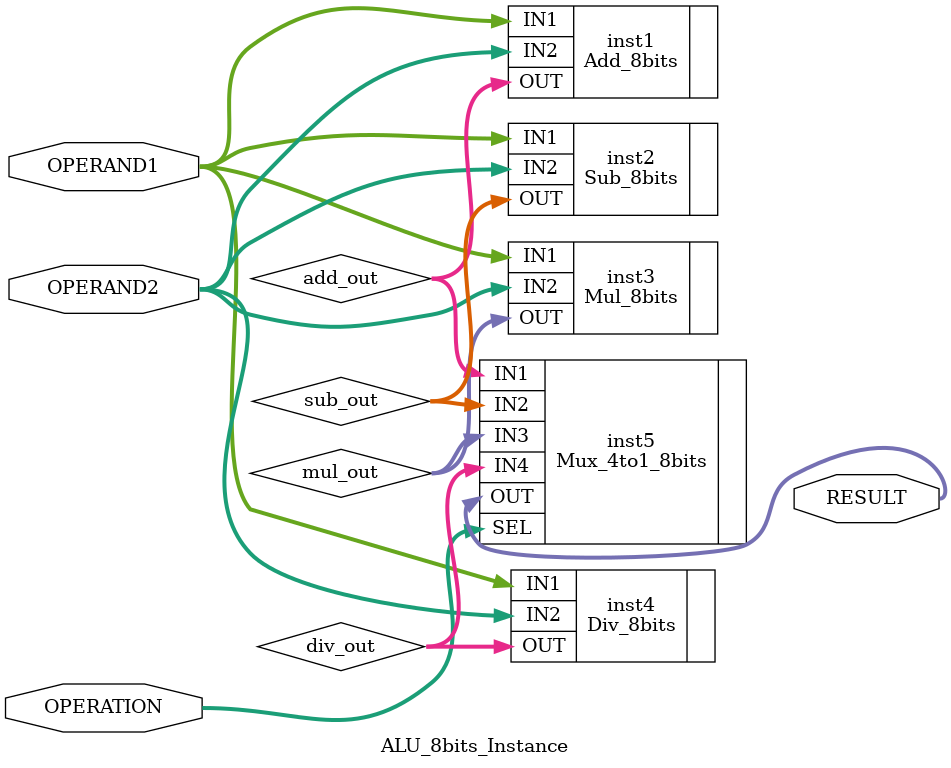
<source format=v>
`timescale 1ns / 1ps

module ALU_8bits_Instance(
    output wire [7:0] RESULT,
    input wire [1:0] OPERATION,
    input wire [7:0] OPERAND1,
    input wire [7:0] OPERAND2
);

wire [7:0] add_out, sub_out, mul_out, div_out;

Add_8bits inst1( .OUT(add_out), .IN1(OPERAND1), .IN2(OPERAND2) );
Sub_8bits inst2( .OUT(sub_out), .IN1(OPERAND1), .IN2(OPERAND2) );
Mul_8bits inst3( .OUT(mul_out), .IN1(OPERAND1), .IN2(OPERAND2) );
Div_8bits inst4( .OUT(div_out), .IN1(OPERAND1), .IN2(OPERAND2) );

Mux_4to1_8bits inst5 ( .IN1(add_out), .IN2(sub_out), .IN3(mul_out), .IN4(div_out), .SEL(OPERATION), .OUT(RESULT) );

endmodule
</source>
